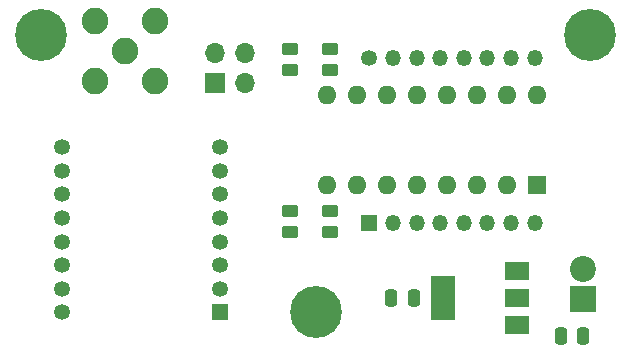
<source format=gts>
G04 #@! TF.GenerationSoftware,KiCad,Pcbnew,(6.0.2)*
G04 #@! TF.CreationDate,2022-09-28T01:25:07+02:00*
G04 #@! TF.ProjectId,Washing-Machine-Sensor,57617368-696e-4672-9d4d-616368696e65,rev?*
G04 #@! TF.SameCoordinates,Original*
G04 #@! TF.FileFunction,Soldermask,Top*
G04 #@! TF.FilePolarity,Negative*
%FSLAX46Y46*%
G04 Gerber Fmt 4.6, Leading zero omitted, Abs format (unit mm)*
G04 Created by KiCad (PCBNEW (6.0.2)) date 2022-09-28 01:25:07*
%MOMM*%
%LPD*%
G01*
G04 APERTURE LIST*
G04 Aperture macros list*
%AMRoundRect*
0 Rectangle with rounded corners*
0 $1 Rounding radius*
0 $2 $3 $4 $5 $6 $7 $8 $9 X,Y pos of 4 corners*
0 Add a 4 corners polygon primitive as box body*
4,1,4,$2,$3,$4,$5,$6,$7,$8,$9,$2,$3,0*
0 Add four circle primitives for the rounded corners*
1,1,$1+$1,$2,$3*
1,1,$1+$1,$4,$5*
1,1,$1+$1,$6,$7*
1,1,$1+$1,$8,$9*
0 Add four rect primitives between the rounded corners*
20,1,$1+$1,$2,$3,$4,$5,0*
20,1,$1+$1,$4,$5,$6,$7,0*
20,1,$1+$1,$6,$7,$8,$9,0*
20,1,$1+$1,$8,$9,$2,$3,0*%
G04 Aperture macros list end*
%ADD10R,1.350000X1.350000*%
%ADD11O,1.350000X1.350000*%
%ADD12C,1.350000*%
%ADD13RoundRect,0.250000X0.250000X0.475000X-0.250000X0.475000X-0.250000X-0.475000X0.250000X-0.475000X0*%
%ADD14RoundRect,0.250000X0.450000X-0.262500X0.450000X0.262500X-0.450000X0.262500X-0.450000X-0.262500X0*%
%ADD15R,2.200000X2.200000*%
%ADD16C,2.200000*%
%ADD17C,0.700000*%
%ADD18C,4.400000*%
%ADD19RoundRect,0.250000X-0.450000X0.262500X-0.450000X-0.262500X0.450000X-0.262500X0.450000X0.262500X0*%
%ADD20R,2.000000X1.500000*%
%ADD21R,2.000000X3.800000*%
%ADD22C,2.250000*%
%ADD23R,1.700000X1.700000*%
%ADD24O,1.700000X1.700000*%
%ADD25R,1.600000X1.600000*%
%ADD26O,1.600000X1.600000*%
G04 APERTURE END LIST*
D10*
X182200000Y-108750000D03*
D11*
X184200000Y-108750000D03*
X186200000Y-108750000D03*
X188200000Y-108750000D03*
X190200000Y-108750000D03*
X192200000Y-108750000D03*
X194200000Y-108750000D03*
X196200000Y-108750000D03*
X196200000Y-94750000D03*
X194200000Y-94750000D03*
X192200000Y-94750000D03*
X190200000Y-94750000D03*
X188200000Y-94750000D03*
X186200000Y-94750000D03*
X184200000Y-94750000D03*
D12*
X182200000Y-94750000D03*
D13*
X200300000Y-118300000D03*
X198400000Y-118300000D03*
D14*
X175500000Y-109512500D03*
X175500000Y-107687500D03*
D15*
X200300000Y-115170000D03*
D16*
X200300000Y-112630000D03*
D14*
X178900000Y-109512500D03*
X178900000Y-107687500D03*
D17*
X156050000Y-92800000D03*
X153233274Y-91633274D03*
D18*
X154400000Y-92800000D03*
D17*
X152750000Y-92800000D03*
X155566726Y-91633274D03*
X154400000Y-94450000D03*
X155566726Y-93966726D03*
X153233274Y-93966726D03*
X154400000Y-91150000D03*
X177700000Y-114650000D03*
X176050000Y-116300000D03*
X178866726Y-117466726D03*
X176533274Y-117466726D03*
X176533274Y-115133274D03*
X177700000Y-117950000D03*
D18*
X177700000Y-116300000D03*
D17*
X179350000Y-116300000D03*
X178866726Y-115133274D03*
D19*
X175500000Y-93987500D03*
X175500000Y-95812500D03*
D10*
X169582500Y-116300000D03*
D12*
X169582500Y-114300000D03*
X169582500Y-112300000D03*
X169582500Y-110300000D03*
X169582500Y-108300000D03*
X169582500Y-106300000D03*
X169582500Y-104300000D03*
X169582500Y-102300000D03*
X156182500Y-102300000D03*
X156182500Y-104300000D03*
X156182500Y-106300000D03*
X156182500Y-108300000D03*
X156182500Y-110300000D03*
X156182500Y-112300000D03*
X156182500Y-114300000D03*
X156182500Y-116300000D03*
D20*
X194700000Y-117400000D03*
D21*
X188400000Y-115100000D03*
D20*
X194700000Y-115100000D03*
X194700000Y-112800000D03*
D22*
X161500000Y-94200000D03*
X164040000Y-91660000D03*
X158960000Y-96740000D03*
X164040000Y-96740000D03*
X158960000Y-91660000D03*
D13*
X185950000Y-115100000D03*
X184050000Y-115100000D03*
D18*
X200900000Y-92800000D03*
D17*
X200900000Y-94450000D03*
X199733274Y-91633274D03*
X202066726Y-93966726D03*
X200900000Y-91150000D03*
X202066726Y-91633274D03*
X199733274Y-93966726D03*
X199250000Y-92800000D03*
X202550000Y-92800000D03*
D23*
X169125000Y-96850000D03*
D24*
X169125000Y-94310000D03*
X171665000Y-96850000D03*
X171665000Y-94310000D03*
D14*
X178900000Y-95812500D03*
X178900000Y-93987500D03*
D25*
X196400000Y-105500000D03*
D26*
X193860000Y-105500000D03*
X191320000Y-105500000D03*
X188780000Y-105500000D03*
X186240000Y-105500000D03*
X183700000Y-105500000D03*
X181160000Y-105500000D03*
X178620000Y-105500000D03*
X178620000Y-97880000D03*
X181160000Y-97880000D03*
X183700000Y-97880000D03*
X186240000Y-97880000D03*
X188780000Y-97880000D03*
X191320000Y-97880000D03*
X193860000Y-97880000D03*
X196400000Y-97880000D03*
M02*

</source>
